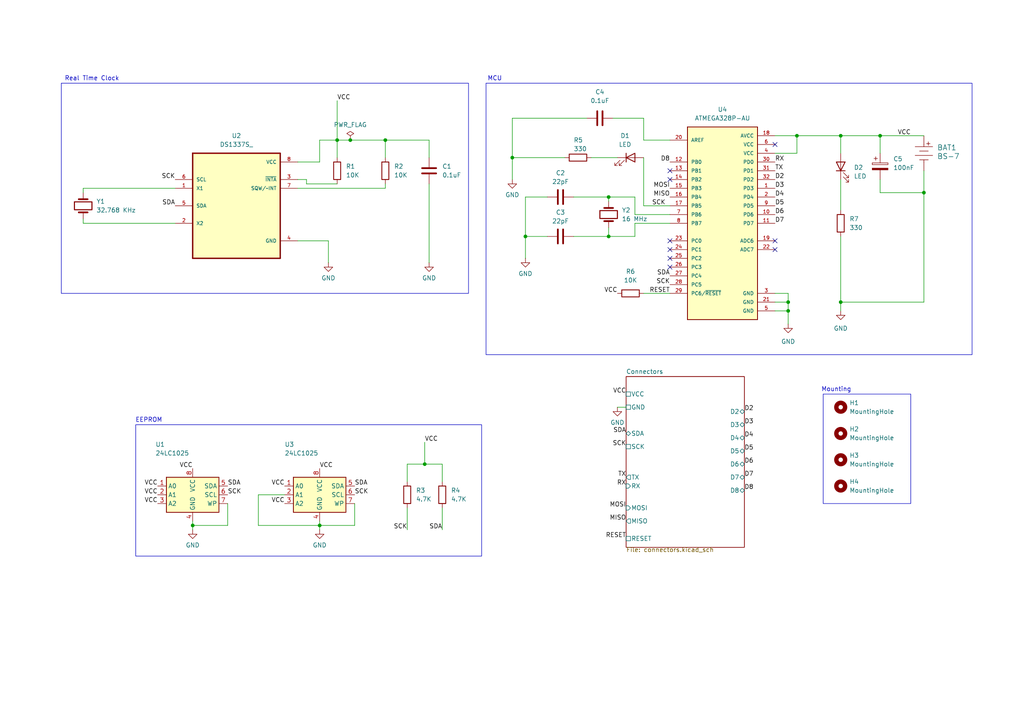
<source format=kicad_sch>
(kicad_sch (version 20250114) (generator "eeschema") (generator_version "9.0")
  (paper "A4")
  (title_block (title "${project_name}") (date "2025-10-24") (rev "1"))
  (lib_symbols
    (symbol "ATMEGA328P-AU:ATMEGA328P-AU" (pin_names (offset 1.016))
      (property "Reference" "U4" (at 0 33.02 0))
      (property "Value" "ATMEGA328P-AU" (at 0 30.48 0))
      (symbol "ATMEGA328P-AU_0_0"
        (rectangle (start -10.16 -27.94) (end 10.16 27.94) (stroke (width 0.254)) (fill (type background)))
        (pin input line (at -15.24 24.13 0) (length 5.08) (name "AREF") (number "20"))
        (pin bidirectional line (at -15.24 17.78 0) (length 5.08) (name "PB0") (number "12"))
        (pin bidirectional line (at -15.24 15.24 0) (length 5.08) (name "PB1") (number "13"))
        (pin bidirectional line (at -15.24 12.7 0) (length 5.08) (name "PB2") (number "14"))
        (pin bidirectional line (at -15.24 10.16 0) (length 5.08) (name "PB3") (number "15"))
        (pin bidirectional line (at -15.24 7.62 0) (length 5.08) (name "PB4") (number "16"))
        (pin bidirectional line (at -15.24 5.08 0) (length 5.08) (name "PB5") (number "17"))
        (pin bidirectional line (at -15.24 2.54 0) (length 5.08) (name "PB6") (number "7"))
        (pin bidirectional line (at -15.24 0 0) (length 5.08) (name "PB7") (number "8"))
        (pin bidirectional line (at -15.24 -5.08 0) (length 5.08) (name "PC0") (number "23"))
        (pin bidirectional line (at -15.24 -7.62 0) (length 5.08) (name "PC1") (number "24"))
        (pin bidirectional line (at -15.24 -10.16 0) (length 5.08) (name "PC2") (number "25"))
        (pin bidirectional line (at -15.24 -12.7 0) (length 5.08) (name "PC3") (number "26"))
        (pin bidirectional line (at -15.24 -15.24 0) (length 5.08) (name "PC4") (number "27"))
        (pin bidirectional line (at -15.24 -17.78 0) (length 5.08) (name "PC5") (number "28"))
        (pin bidirectional line (at -15.24 -20.32 0) (length 5.08) (name "PC6/~{RESET}") (number "29"))
        (pin power_in line (at 15.24 25.4 180) (length 5.08) (name "AVCC") (number "18"))
        (pin power_in line (at 15.24 22.86 180) (length 5.08) (name "VCC") (number "6"))
        (pin power_in line (at 15.24 20.32 180) (length 5.08) (name "VCC") (number "4"))
        (pin bidirectional line (at 15.24 17.78 180) (length 5.08) (name "PD0") (number "30"))
        (pin bidirectional line (at 15.24 15.24 180) (length 5.08) (name "PD1") (number "31"))
        (pin bidirectional line (at 15.24 12.7 180) (length 5.08) (name "PD2") (number "32"))
        (pin bidirectional line (at 15.24 10.16 180) (length 5.08) (name "PD3") (number "1"))
        (pin bidirectional line (at 15.24 7.62 180) (length 5.08) (name "PD4") (number "2"))
        (pin bidirectional line (at 15.24 5.08 180) (length 5.08) (name "PD5") (number "9"))
        (pin bidirectional line (at 15.24 2.54 180) (length 5.08) (name "PD6") (number "10"))
        (pin bidirectional line (at 15.24 0 180) (length 5.08) (name "PD7") (number "11"))
        (pin bidirectional line (at 15.24 -5.08 180) (length 5.08) (name "ADC6") (number "19"))
        (pin bidirectional line (at 15.24 -7.62 180) (length 5.08) (name "ADC7") (number "22"))
        (pin power_in line (at 15.24 -20.32 180) (length 5.08) (name "GND") (number "3"))
        (pin power_in line (at 15.24 -22.86 180) (length 5.08) (name "GND") (number "21"))
        (pin power_in line (at 15.24 -25.4 180) (length 5.08) (name "GND") (number "5"))
      )
    )
    (symbol "DS1337S_:DS1337S_" (pin_names (offset 1.016))
      (property "Reference" "U" (at -12.7 16.24 0))
      (property "Value" "DS1337S_" (at -12.7 -19.24 0))
      (symbol "DS1337S__0_0"
        (rectangle (start -12.7 -15.24) (end 12.7 15.24) (stroke (width 0.41)) (fill (type background)))
        (pin input line (at -17.78 7.62 0) (length 5.08) (name "SCL") (number "6"))
        (pin input line (at -17.78 5.08 0) (length 5.08) (name "X1") (number "1"))
        (pin bidirectional line (at -17.78 0 0) (length 5.08) (name "SDA") (number "5"))
        (pin bidirectional line (at -17.78 -5.08 0) (length 5.08) (name "X2") (number "2"))
        (pin power_in line (at 17.78 12.7 180) (length 5.08) (name "VCC") (number "8"))
        (pin output line (at 17.78 7.62 180) (length 5.08) (name "~{INTA}") (number "3"))
        (pin output line (at 17.78 5.08 180) (length 5.08) (name "SQW/~INT") (number "7"))
        (pin power_in line (at 17.78 -10.16 180) (length 5.08) (name "GND") (number "4"))
      )
    )
    (symbol "Device:C" (pin_numbers (hide yes)) (pin_names (offset 0.254))
      (property "Reference" "C" (at 0.635 2.54 0))
      (property "Value" "C" (at 0.635 -2.54 0))
      (symbol "C_0_1"
        (polyline (pts (xy -2.032 0.762) (xy 2.032 0.762)) (stroke (width 0.508)))
        (polyline (pts (xy -2.032 -0.762) (xy 2.032 -0.762)) (stroke (width 0.508)))
      )
      (symbol "C_1_1"
        (pin passive line (at 0 3.81 270) (length 2.794) (name "~") (number "1"))
        (pin passive line (at 0 -3.81 90) (length 2.794) (name "~") (number "2"))
      )
    )
    (symbol "Device:C_Polarized" (pin_numbers (hide yes)) (pin_names (offset 0.254))
      (property "Reference" "C" (at 0.635 2.54 0))
      (property "Value" "C_Polarized" (at 0.635 -2.54 0))
      (symbol "C_Polarized_0_1"
        (rectangle (start -2.286 0.508) (end 2.286 1.016))
        (polyline (pts (xy -1.778 2.286) (xy -0.762 2.286)))
        (polyline (pts (xy -1.27 2.794) (xy -1.27 1.778)))
        (rectangle (start 2.286 -0.508) (end -2.286 -1.016) (fill (type outline)))
      )
      (symbol "C_Polarized_1_1"
        (pin passive line (at 0 3.81 270) (length 2.794) (name "~") (number "1"))
        (pin passive line (at 0 -3.81 90) (length 2.794) (name "~") (number "2"))
      )
    )
    (symbol "Device:Crystal" (pin_numbers (hide yes)) (pin_names (offset 1.016) (hide yes))
      (property "Reference" "Y" (at 0 3.81 0))
      (property "Value" "Crystal" (at 0 -3.81 0))
      (symbol "Crystal_0_1"
        (polyline (pts (xy -2.54 0) (xy -1.905 0)))
        (polyline (pts (xy -1.905 -1.27) (xy -1.905 1.27)) (stroke (width 0.508)))
        (rectangle (start -1.143 2.54) (end 1.143 -2.54) (stroke (width 0.3048)))
        (polyline (pts (xy 1.905 -1.27) (xy 1.905 1.27)) (stroke (width 0.508)))
        (polyline (pts (xy 2.54 0) (xy 1.905 0)))
      )
      (symbol "Crystal_1_1"
        (pin passive line (at -3.81 0 0) (length 1.27) (name "1") (number "1"))
        (pin passive line (at 3.81 0 180) (length 1.27) (name "2") (number "2"))
      )
    )
    (symbol "Device:LED" (pin_numbers (hide yes)) (pin_names (offset 1.016) (hide yes))
      (property "Reference" "D" (at 0 2.54 0))
      (property "Value" "LED" (at 0 -2.54 0))
      (symbol "LED_0_1"
        (polyline (pts (xy -3.048 -0.762) (xy -4.572 -2.286) (xy -3.81 -2.286) (xy -4.572 -2.286) (xy -4.572 -1.524)))
        (polyline (pts (xy -1.778 -0.762) (xy -3.302 -2.286) (xy -2.54 -2.286) (xy -3.302 -2.286) (xy -3.302 -1.524)))
        (polyline (pts (xy -1.27 0) (xy 1.27 0)))
        (polyline (pts (xy -1.27 -1.27) (xy -1.27 1.27)) (stroke (width 0.254)))
        (polyline (pts (xy 1.27 -1.27) (xy 1.27 1.27) (xy -1.27 0) (xy 1.27 -1.27)) (stroke (width 0.254)))
      )
      (symbol "LED_1_1"
        (pin passive line (at -3.81 0 0) (length 2.54) (name "K") (number "1"))
        (pin passive line (at 3.81 0 180) (length 2.54) (name "A") (number "2"))
      )
    )
    (symbol "Device:R" (pin_numbers (hide yes)) (pin_names (offset 0))
      (property "Reference" "R" (at 2.032 0 90))
      (property "Value" "R" (at 0 0 90))
      (symbol "R_0_1"
        (rectangle (start -1.016 -2.54) (end 1.016 2.54) (stroke (width 0.254)))
      )
      (symbol "R_1_1"
        (pin passive line (at 0 3.81 270) (length 1.27) (name "~") (number "1"))
        (pin passive line (at 0 -3.81 90) (length 1.27) (name "~") (number "2"))
      )
    )
    (symbol "Mechanical:MountingHole" (pin_names (offset 1.016)) (in_bom no)
      (property "Reference" "H" (at 0 5.08 0))
      (property "Value" "MountingHole" (at 0 3.175 0))
      (symbol "MountingHole_0_1"
        (circle (center 0 0) (radius 1.27) (stroke (width 1.27)))
      )
    )
    (symbol "Memory_EEPROM:24LC1025"
      (property "Reference" "U" (at -6.35 6.35 0))
      (property "Value" "24LC1025" (at 1.27 6.35 0))
      (symbol "24LC1025_1_1"
        (rectangle (start -7.62 5.08) (end 7.62 -5.08) (stroke (width 0.254)) (fill (type background)))
        (pin input line (at -10.16 2.54 0) (length 2.54) (name "A0") (number "1"))
        (pin input line (at -10.16 0 0) (length 2.54) (name "A1") (number "2"))
        (pin input line (at -10.16 -2.54 0) (length 2.54) (name "A2") (number "3"))
        (pin power_in line (at 0 7.62 270) (length 2.54) (name "VCC") (number "8"))
        (pin power_in line (at 0 -7.62 90) (length 2.54) (name "GND") (number "4"))
        (pin bidirectional line (at 10.16 2.54 180) (length 2.54) (name "SDA") (number "5"))
        (pin input line (at 10.16 0 180) (length 2.54) (name "SCL") (number "6"))
        (pin input line (at 10.16 -2.54 180) (length 2.54) (name "WP") (number "7"))
      )
    )
    (symbol "dk_Battery-Holders-Clips-Contacts:BS-7" (pin_numbers (hide yes)) (pin_names (offset 1.016))
      (property "Reference" "BAT1" (at 3.81 1.6511 0))
      (property "Value" "BS-7" (at 3.81 -0.8889 0))
      (symbol "BS-7_1_1"
        (polyline (pts (xy 0 1.905) (xy 0 2.54)))
        (polyline (pts (xy 0 -2.54) (xy 0 -1.905)))
        (polyline (pts (xy 1.27 2.286) (xy 1.27 3.302)))
        (polyline (pts (xy 1.27 0.635) (xy -1.27 0.635)))
        (polyline (pts (xy 1.27 -1.905) (xy -1.27 -1.905)))
        (polyline (pts (xy 1.778 2.794) (xy 0.762 2.794)))
        (polyline (pts (xy 2.54 1.905) (xy -2.54 1.905)))
        (polyline (pts (xy 2.54 -0.635) (xy -2.54 -0.635)))
        (pin power_out line (at 0 5.08 270) (length 2.54) (name "~") (number "1"))
        (pin power_out line (at 0 -5.08 90) (length 2.54) (name "~") (number "2"))
      )
    )
    (symbol "power:GND" (power) (pin_numbers (hide yes)) (pin_names (offset 0) (hide yes))
      (property "Value" "GND" (at 0 -3.81 0))
      (symbol "GND_0_1"
        (polyline (pts (xy 0 0) (xy 0 -1.27) (xy 1.27 -1.27) (xy 0 -2.54) (xy -1.27 -1.27) (xy 0 -1.27)))
      )
      (symbol "GND_1_1"
        (pin power_in line (at 0 0 270) (length 0) (name "~") (number "1"))
      )
    )
    (symbol "power:PWR_FLAG" (power) (pin_numbers (hide yes)) (pin_names (offset 0) (hide yes))
      (property "Value" "PWR_FLAG" (at 0 3.81 0))
      (symbol "PWR_FLAG_0_0"
        (pin power_out line (at 0 0 90) (length 0) (name "~") (number "1"))
      )
      (symbol "PWR_FLAG_0_1"
        (polyline (pts (xy 0 0) (xy 0 1.27) (xy -1.016 1.905) (xy 0 2.54) (xy 1.016 1.905) (xy 0 1.27)))
      )
    )
  )
  (rectangle (start 17.78 24.13) (end 135.89 85.09))
  (rectangle (start 140.97 24.13) (end 281.94 102.87))
  (rectangle (start 238.76 114.3) (end 264.16 146.05))
  (rectangle (start 39.37 123.19) (end 139.7 161.29))
  (text "Real Time Clock\n" (at 26.67 22.86 0) (effects (font (size 1.27 1.27))))
  (text "EEPROM" (at 43.18 121.92 0) (effects (font (size 1.27 1.27))))
  (text "Mounting" (at 242.57 113.03 0) (effects (font (size 1.27 1.27))))
  (text "MCU" (at 143.51 22.86 0) (effects (font (size 1.27 1.27))))
  (junction (at 231.14 39.37))
  (junction (at 123.19 134.62))
  (junction (at 176.53 57.15))
  (junction (at 243.84 87.63))
  (junction (at 176.53 68.58))
  (junction (at 148.59 45.72))
  (junction (at 101.6 40.64))
  (junction (at 243.84 39.37))
  (junction (at 111.76 40.64))
  (junction (at 152.4 68.58))
  (junction (at 228.6 87.63))
  (junction (at 228.6 90.17))
  (junction (at 92.71 152.4))
  (junction (at 255.27 39.37))
  (junction (at 267.97 55.88))
  (junction (at 97.79 40.64))
  (junction (at 55.88 152.4))
  (no_connect (at 224.79 72.39))
  (no_connect (at 224.79 69.85))
  (no_connect (at 194.31 72.39))
  (no_connect (at 194.31 49.53))
  (no_connect (at 194.31 74.93))
  (no_connect (at 194.31 52.07))
  (no_connect (at 194.31 69.85))
  (no_connect (at 224.79 41.91))
  (no_connect (at 194.31 77.47))
  (wire (pts (xy 166.37 57.15) (xy 176.53 57.15)))
  (wire (pts (xy 184.15 57.15) (xy 176.53 57.15)))
  (wire (pts (xy 186.69 59.69) (xy 194.31 59.69)))
  (wire (pts (xy 124.46 53.34) (xy 124.46 76.2)))
  (wire (pts (xy 92.71 152.4) (xy 92.71 153.67)))
  (wire (pts (xy 111.76 40.64) (xy 111.76 45.72)))
  (wire (pts (xy 97.79 40.64) (xy 97.79 45.72)))
  (wire (pts (xy 118.11 139.7) (xy 118.11 134.62)))
  (wire (pts (xy 184.15 62.23) (xy 184.15 57.15)))
  (wire (pts (xy 24.13 54.61) (xy 24.13 55.88)))
  (wire (pts (xy 243.84 87.63) (xy 243.84 90.17)))
  (wire (pts (xy 24.13 64.77) (xy 50.8 64.77)))
  (wire (pts (xy 86.36 46.99) (xy 92.71 46.99)))
  (wire (pts (xy 176.53 57.15) (xy 176.53 58.42)))
  (wire (pts (xy 102.87 152.4) (xy 92.71 152.4)))
  (wire (pts (xy 224.79 44.45) (xy 231.14 44.45)))
  (wire (pts (xy 92.71 46.99) (xy 92.71 40.64)))
  (wire (pts (xy 55.88 152.4) (xy 55.88 153.67)))
  (wire (pts (xy 224.79 87.63) (xy 228.6 87.63)))
  (wire (pts (xy 74.93 152.4) (xy 92.71 152.4)))
  (wire (pts (xy 228.6 85.09) (xy 228.6 87.63)))
  (wire (pts (xy 243.84 39.37) (xy 243.84 44.45)))
  (wire (pts (xy 194.31 64.77) (xy 184.15 64.77)))
  (wire (pts (xy 148.59 34.29) (xy 148.59 45.72)))
  (wire (pts (xy 74.93 143.51) (xy 74.93 152.4)))
  (wire (pts (xy 128.27 147.32) (xy 128.27 153.67)))
  (wire (pts (xy 231.14 39.37) (xy 243.84 39.37)))
  (wire (pts (xy 224.79 39.37) (xy 231.14 39.37)))
  (wire (pts (xy 170.18 34.29) (xy 148.59 34.29)))
  (wire (pts (xy 176.53 68.58) (xy 176.53 66.04)))
  (wire (pts (xy 88.9 53.34) (xy 88.9 52.07)))
  (wire (pts (xy 111.76 54.61) (xy 111.76 53.34)))
  (wire (pts (xy 118.11 134.62) (xy 123.19 134.62)))
  (wire (pts (xy 66.04 146.05) (xy 66.04 152.4)))
  (wire (pts (xy 228.6 90.17) (xy 224.79 90.17)))
  (wire (pts (xy 92.71 40.64) (xy 97.79 40.64)))
  (wire (pts (xy 243.84 39.37) (xy 255.27 39.37)))
  (wire (pts (xy 111.76 40.64) (xy 124.46 40.64)))
  (wire (pts (xy 97.79 40.64) (xy 101.6 40.64)))
  (wire (pts (xy 224.79 85.09) (xy 228.6 85.09)))
  (wire (pts (xy 231.14 44.45) (xy 231.14 39.37)))
  (wire (pts (xy 163.83 45.72) (xy 148.59 45.72)))
  (wire (pts (xy 267.97 49.53) (xy 267.97 55.88)))
  (wire (pts (xy 179.07 118.11) (xy 181.61 118.11)))
  (wire (pts (xy 102.87 146.05) (xy 102.87 152.4)))
  (wire (pts (xy 88.9 52.07) (xy 86.36 52.07)))
  (wire (pts (xy 166.37 68.58) (xy 176.53 68.58)))
  (wire (pts (xy 148.59 45.72) (xy 148.59 52.07)))
  (wire (pts (xy 228.6 87.63) (xy 228.6 90.17)))
  (wire (pts (xy 86.36 69.85) (xy 95.25 69.85)))
  (wire (pts (xy 86.36 54.61) (xy 111.76 54.61)))
  (wire (pts (xy 101.6 40.64) (xy 111.76 40.64)))
  (wire (pts (xy 152.4 57.15) (xy 152.4 68.58)))
  (wire (pts (xy 194.31 62.23) (xy 184.15 62.23)))
  (wire (pts (xy 152.4 68.58) (xy 158.75 68.58)))
  (wire (pts (xy 50.8 54.61) (xy 24.13 54.61)))
  (wire (pts (xy 255.27 39.37) (xy 267.97 39.37)))
  (wire (pts (xy 124.46 40.64) (xy 124.46 45.72)))
  (wire (pts (xy 184.15 64.77) (xy 184.15 68.58)))
  (wire (pts (xy 55.88 151.13) (xy 55.88 152.4)))
  (wire (pts (xy 158.75 57.15) (xy 152.4 57.15)))
  (wire (pts (xy 128.27 134.62) (xy 128.27 139.7)))
  (wire (pts (xy 152.4 68.58) (xy 152.4 74.93)))
  (wire (pts (xy 255.27 52.07) (xy 255.27 55.88)))
  (wire (pts (xy 243.84 52.07) (xy 243.84 60.96)))
  (wire (pts (xy 171.45 45.72) (xy 179.07 45.72)))
  (wire (pts (xy 123.19 128.27) (xy 123.19 134.62)))
  (wire (pts (xy 66.04 152.4) (xy 55.88 152.4)))
  (wire (pts (xy 184.15 68.58) (xy 176.53 68.58)))
  (wire (pts (xy 97.79 29.21) (xy 97.79 40.64)))
  (wire (pts (xy 92.71 151.13) (xy 92.71 152.4)))
  (wire (pts (xy 243.84 68.58) (xy 243.84 87.63)))
  (wire (pts (xy 24.13 63.5) (xy 24.13 64.77)))
  (wire (pts (xy 267.97 55.88) (xy 267.97 87.63)))
  (wire (pts (xy 255.27 44.45) (xy 255.27 39.37)))
  (wire (pts (xy 267.97 87.63) (xy 243.84 87.63)))
  (wire (pts (xy 194.31 40.64) (xy 186.69 40.64)))
  (wire (pts (xy 228.6 90.17) (xy 228.6 93.98)))
  (wire (pts (xy 255.27 55.88) (xy 267.97 55.88)))
  (wire (pts (xy 186.69 40.64) (xy 186.69 34.29)))
  (wire (pts (xy 97.79 53.34) (xy 88.9 53.34)))
  (wire (pts (xy 118.11 147.32) (xy 118.11 153.67)))
  (wire (pts (xy 186.69 85.09) (xy 194.31 85.09)))
  (wire (pts (xy 186.69 45.72) (xy 186.69 59.69)))
  (wire (pts (xy 123.19 134.62) (xy 128.27 134.62)))
  (wire (pts (xy 82.55 143.51) (xy 74.93 143.51)))
  (wire (pts (xy 186.69 34.29) (xy 177.8 34.29)))
  (wire (pts (xy 95.25 69.85) (xy 95.25 76.2)))
  (label "SCK" (at 50.8 52.07 180))
  (label "D2" (at 224.79 52.07 0))
  (label "RESET" (at 194.31 85.09 180))
  (label "VCC" (at 55.88 135.89 180))
  (label "SDA" (at 50.8 59.69 180))
  (label "VCC" (at 260.35 39.37 0))
  (label "MOSI" (at 194.31 54.61 180))
  (label "D7" (at 215.9 138.43 0))
  (label "TX" (at 224.79 49.53 0))
  (label "D4" (at 224.79 57.15 0))
  (label "D3" (at 215.9 123.19 0))
  (label "D8" (at 194.31 46.99 180))
  (label "SCK" (at 193.04 59.69 180))
  (label "VCC" (at 45.72 140.97 180))
  (label "SCK" (at 181.61 129.54 180))
  (label "D5" (at 224.79 59.69 0))
  (label "D2" (at 215.9 119.38 0))
  (label "VCC" (at 45.72 143.51 180))
  (label "VCC" (at 82.55 140.97 180))
  (label "SDA" (at 66.04 140.97 0))
  (label "D4" (at 215.9 127 0))
  (label "SDA" (at 102.87 140.97 0))
  (label "SDA" (at 128.27 153.67 180))
  (label "SDA" (at 181.61 125.73 180))
  (label "SCK" (at 66.04 143.51 0))
  (label "RX" (at 181.61 140.97 180))
  (label "SCK" (at 102.87 143.51 0))
  (label "SDA" (at 194.31 80.01 180))
  (label "D7" (at 224.79 64.77 0))
  (label "RESET" (at 181.61 156.21 180))
  (label "VCC" (at 82.55 146.05 180))
  (label "SCK" (at 118.11 153.67 180))
  (label "TX" (at 181.61 138.43 180))
  (label "MISO" (at 181.61 151.13 180))
  (label "VCC" (at 92.71 135.89 0))
  (label "SCK" (at 194.31 82.55 180))
  (label "D5" (at 215.9 130.81 0))
  (label "VCC" (at 179.07 85.09 180))
  (label "RX" (at 224.79 46.99 0))
  (label "VCC" (at 123.19 128.27 0))
  (label "D6" (at 215.9 134.62 0))
  (label "VCC" (at 181.61 114.3 180))
  (label "D8" (at 215.9 142.24 0))
  (label "D3" (at 224.79 54.61 0))
  (label "MOSI" (at 181.61 147.32 180))
  (label "VCC" (at 97.79 29.21 0))
  (label "MISO" (at 194.31 57.15 180))
  (label "D6" (at 224.79 62.23 0))
  (label "VCC" (at 45.72 146.05 180))
  (symbol (lib_id "power:GND") (at 148.59 52.07 0) (unit 1)
    (property "Reference" "#PWR08" (effects (hide yes)))
    (property "Value" "GND" (at 148.59 56.515 0))
    (property "Description" "Power symbol creates a global label with name \"GND\" , ground" (effects (hide yes)))
  )
  (symbol (lib_id "power:GND") (at 55.88 153.67 0) (unit 1)
    (property "Reference" "#PWR05" (effects (hide yes)))
    (property "Value" "GND" (at 55.88 158.115 0))
    (property "Description" "Power symbol creates a global label with name \"GND\" , ground" (effects (hide yes)))
  )
  (symbol (lib_id "Device:R") (at 182.88 85.09 90) (unit 1)
    (property "Reference" "R6" (at 182.88 78.74 90))
    (property "Value" "10K" (at 182.88 81.28 90))
    (property "Footprint" "Resistor_SMD:R_0805_2012Metric" (effects (hide yes)))
    (property "Description" "Resistor" (effects (hide yes)))
  )
  (symbol (lib_id "Device:R") (at 97.79 49.53 0) (unit 1)
    (property "Reference" "R1" (at 100.33 48.2599 0) (effects (justify left)))
    (property "Value" "10K" (at 100.33 50.7999 0) (effects (justify left)))
    (property "Footprint" "Resistor_SMD:R_0805_2012Metric" (effects (hide yes)))
    (property "Description" "Resistor" (effects (hide yes)))
  )
  (symbol (lib_id "Device:C") (at 124.46 49.53 0) (unit 1)
    (property "Reference" "C1" (at 128.27 48.2599 0) (effects (justify left)))
    (property "Value" "0.1uF" (at 128.27 50.7999 0) (effects (justify left)))
    (property "Footprint" "Capacitor_SMD:C_0805_2012Metric" (effects (hide yes)))
    (property "Description" "Unpolarized capacitor" (effects (hide yes)))
  )
  (symbol (lib_id "Device:Crystal") (at 24.13 59.69 90) (unit 1)
    (property "Reference" "Y1" (at 27.94 58.4199 90) (effects (justify right)))
    (property "Value" "32.768 KHz" (at 27.94 60.9599 90) (effects (justify right)))
    (property "Footprint" "Crystal:Crystal_SMD_5032-2Pin_5.0x3.2mm_HandSoldering" (effects (hide yes)))
    (property "Description" "Two pin crystal" (effects (hide yes)))
  )
  (symbol (lib_id "Device:LED") (at 182.88 45.72 0) (unit 1)
    (property "Reference" "D1" (at 181.2925 39.37 0))
    (property "Value" "LED" (at 181.2925 41.91 0))
    (property "Footprint" "LED_SMD:LED_0805_2012Metric" (effects (hide yes)))
    (property "Description" "Light emitting diode" (effects (hide yes)))
    (property "Sim.Pins" "1=K 2=A" (effects (hide yes)))
  )
  (symbol (lib_id "Device:C") (at 162.56 57.15 90) (unit 1)
    (property "Reference" "C2" (at 162.56 50.165 90))
    (property "Value" "22pF" (at 162.56 52.705 90))
    (property "Footprint" "Capacitor_SMD:C_0805_2012Metric" (effects (hide yes)))
    (property "Description" "Unpolarized capacitor" (effects (hide yes)))
  )
  (symbol (lib_id "power:GND") (at 228.6 93.98 0) (unit 1)
    (property "Reference" "#PWR07" (effects (hide yes)))
    (property "Value" "GND" (at 228.6 99.06 0))
    (property "Description" "Power symbol creates a global label with name \"GND\" , ground" (effects (hide yes)))
  )
  (symbol (lib_id "Mechanical:MountingHole") (at 243.84 125.73 0) (unit 1) (in_bom no)
    (property "Reference" "H2" (at 246.38 124.4599 0) (effects (justify left)))
    (property "Value" "MountingHole" (at 246.38 126.9999 0) (effects (justify left)))
    (property "Footprint" "MountingHole:MountingHole_2.1mm" (effects (hide yes)))
    (property "Description" "Mounting Hole without connection" (effects (hide yes)))
  )
  (symbol (lib_id "Mechanical:MountingHole") (at 243.84 118.11 0) (unit 1) (in_bom no)
    (property "Reference" "H1" (at 246.38 116.8399 0) (effects (justify left)))
    (property "Value" "MountingHole" (at 246.38 119.3799 0) (effects (justify left)))
    (property "Footprint" "MountingHole:MountingHole_2.1mm" (effects (hide yes)))
    (property "Description" "Mounting Hole without connection" (effects (hide yes)))
  )
  (symbol (lib_id "Memory_EEPROM:24LC1025") (at 55.88 143.51 0) (unit 1)
    (property "Reference" "U1" (at 45.085 128.905 0) (effects (justify left)))
    (property "Value" "24LC1025" (at 45.085 131.445 0) (effects (justify left)))
    (property "Footprint" "Package_SO:SOIC-8_5.23x5.23mm_P1.27mm" (effects (hide yes)))
    (property "Datasheet" "http://ww1.microchip.com/downloads/en/DeviceDoc/21941B.pdf" (effects (hide yes)))
    (property "Description" "I2C Serial EEPROM, 1024Kb, DIP-8/SOIC-8/TSSOP-8/DFN-8" (effects (hide yes)))
  )
  (symbol (lib_id "DS1337S_:DS1337S_") (at 68.58 59.69 0) (unit 1)
    (property "Reference" "U2" (at 68.58 39.37 0))
    (property "Value" "DS1337S_" (at 68.58 41.91 0))
    (property "Footprint" "DS1337S:DS1337S" (effects (hide yes)))
    (property "MF" "Analog Devices" (effects (hide yes)))
    (property "Description_1" "Real Time Clock (RTC) IC Clock/Calendar - I²C, 2-Wire Serial 8-SOIC (0.154, 3.90mm Width)" (effects (hide yes)))
    (property "Package" "SOIC-8 Maxim" (effects (hide yes)))
    (property "Price" "None" (effects (hide yes)))
    (property "SnapEDA_Link" "https://www.snapeda.com/parts/DS1337S/Analog+Devices/view-part/?ref=snap" (effects (hide yes)))
    (property "MP" "DS1337S" (effects (hide yes)))
    (property "Availability" "In Stock" (effects (hide yes)))
    (property "Check_prices" "https://www.snapeda.com/parts/DS1337S/Analog+Devices/view-part/?ref=eda" (effects (hide yes)))
  )
  (symbol (lib_id "Mechanical:MountingHole") (at 243.84 133.35 0) (unit 1) (in_bom no)
    (property "Reference" "H3" (at 246.38 132.0799 0) (effects (justify left)))
    (property "Value" "MountingHole" (at 246.38 134.6199 0) (effects (justify left)))
    (property "Footprint" "MountingHole:MountingHole_2.1mm" (effects (hide yes)))
    (property "Description" "Mounting Hole without connection" (effects (hide yes)))
  )
  (symbol (lib_id "power:PWR_FLAG") (at 101.6 40.64 0) (unit 1)
    (property "Reference" "#FLG01" (effects (hide yes)))
    (property "Value" "PWR_FLAG" (at 101.6 36.195 0))
    (property "Description" "Special symbol for telling ERC where power comes from" (effects (hide yes)))
  )
  (symbol (lib_id "power:GND") (at 179.07 118.11 0) (unit 1)
    (property "Reference" "#PWR09" (effects (hide yes)))
    (property "Value" "GND" (at 179.07 122.555 0))
    (property "Description" "Power symbol creates a global label with name \"GND\" , ground" (effects (hide yes)))
  )
  (symbol (lib_id "Device:Crystal") (at 176.53 62.23 90) (unit 1)
    (property "Reference" "Y2" (at 180.34 60.9599 90) (effects (justify right)))
    (property "Value" "16 MHz" (at 180.34 63.4999 90) (effects (justify right)))
    (property "Footprint" "Crystal:Crystal_SMD_5032-2Pin_5.0x3.2mm_HandSoldering" (effects (hide yes)))
    (property "Description" "Two pin crystal" (effects (hide yes)))
  )
  (symbol (lib_id "Device:R") (at 128.27 143.51 0) (unit 1)
    (property "Reference" "R4" (at 130.81 142.2399 0) (effects (justify left)))
    (property "Value" "4.7K" (at 130.81 144.7799 0) (effects (justify left)))
    (property "Footprint" "Resistor_SMD:R_0805_2012Metric" (effects (hide yes)))
    (property "Description" "Resistor" (effects (hide yes)))
  )
  (symbol (lib_id "Device:LED") (at 243.84 48.26 90) (unit 1)
    (property "Reference" "D2" (at 247.65 48.5774 90) (effects (justify right)))
    (property "Value" "LED" (at 247.65 51.1174 90) (effects (justify right)))
    (property "Footprint" "LED_SMD:LED_0805_2012Metric" (effects (hide yes)))
    (property "Description" "Light emitting diode" (effects (hide yes)))
    (property "Sim.Pins" "1=K 2=A" (effects (hide yes)))
  )
  (symbol (lib_id "power:GND") (at 124.46 76.2 0) (unit 1)
    (property "Reference" "#PWR04" (effects (hide yes)))
    (property "Value" "GND" (at 124.46 80.645 0))
    (property "Description" "Power symbol creates a global label with name \"GND\" , ground" (effects (hide yes)))
  )
  (symbol (lib_id "Device:R") (at 167.64 45.72 90) (unit 1)
    (property "Reference" "R5" (at 166.37 40.6399 90) (effects (justify right)))
    (property "Value" "330" (at 166.37 43.1799 90) (effects (justify right)))
    (property "Footprint" "Resistor_SMD:R_0805_2012Metric" (effects (hide yes)))
    (property "Description" "Resistor" (effects (hide yes)))
  )
  (symbol (lib_id "ATMEGA328P-AU:ATMEGA328P-AU") (at 209.55 64.77 0) (unit 1)
    (property "Reference" "U4" (at 209.55 31.75 0))
    (property "Value" "ATMEGA328P-AU" (at 209.55 34.29 0))
    (property "Footprint" "ATMEGA328P-AU:ATMEGA328P-AU" (effects (hide yes)))
    (property "DigiKey_Part_Number" "ATMEGA328P-AU-ND" (effects (hide yes)))
    (property "SnapEDA_Link" "https://www.snapeda.com/parts/ATMEGA328P-AU/Microchip+Technology/view-part/?ref=snap" (effects (hide yes)))
    (property "MAXIMUM_PACKAGE_HEIGHT" "1.20mm" (effects (hide yes)))
    (property "Package" "TQFP-32 Microchip" (effects (hide yes)))
    (property "Check_prices" "https://www.snapeda.com/parts/ATMEGA328P-AU/Microchip+Technology/view-part/?ref=eda" (effects (hide yes)))
    (property "STANDARD" "IPC-7351B" (effects (hide yes)))
    (property "PARTREV" "8271A" (effects (hide yes)))
    (property "MF" "MICROCHIP TECH." (effects (hide yes)))
    (property "MP" "ATMEGA328P-AU" (effects (hide yes)))
    (property "Description_1" "MCU 8-bit - AVR ATmega Family ATmega328 Series Microcontrollers - 20 MHz - 32 KB - 2 KB - 32 Pins." (effects (hide yes)))
    (property "MANUFACTURER" "Microchip" (effects (hide yes)))
  )
  (symbol (lib_id "power:GND") (at 92.71 153.67 0) (unit 1)
    (property "Reference" "#PWR06" (effects (hide yes)))
    (property "Value" "GND" (at 92.71 158.115 0))
    (property "Description" "Power symbol creates a global label with name \"GND\" , ground" (effects (hide yes)))
  )
  (symbol (lib_id "Mechanical:MountingHole") (at 243.84 140.97 0) (unit 1) (in_bom no)
    (property "Reference" "H4" (at 246.38 139.6999 0) (effects (justify left)))
    (property "Value" "MountingHole" (at 246.38 142.2399 0) (effects (justify left)))
    (property "Footprint" "MountingHole:MountingHole_2.1mm" (effects (hide yes)))
    (property "Description" "Mounting Hole without connection" (effects (hide yes)))
  )
  (symbol (lib_id "power:GND") (at 243.84 90.17 0) (unit 1)
    (property "Reference" "#PWR01" (effects (hide yes)))
    (property "Value" "GND" (at 243.84 95.25 0))
    (property "Description" "Power symbol creates a global label with name \"GND\" , ground" (effects (hide yes)))
  )
  (symbol (lib_id "dk_Battery-Holders-Clips-Contacts:BS-7") (at 267.97 44.45 0) (unit 1)
    (property "Reference" "BAT1" (at 271.78 42.7989 0) (effects (font (size 1.524 1.524)) (justify left)))
    (property "Value" "BS-7" (at 271.78 45.3389 0) (effects (font (size 1.524 1.524)) (justify left)))
    (property "Footprint" "Connector_PinHeader_2.54mm:PinHeader_1x02_P2.54mm_Vertical" (effects (hide yes)))
    (property "Datasheet" "http://www.memoryprotectiondevices.com/datasheets/BS-7-datasheet.pdf" (effects (hide yes)))
    (property "Description" "BATTERY HOLDER COIN 20MM PC PIN" (effects (hide yes)))
    (property "Digi-Key_PN" "BS-7-ND" (effects (hide yes)))
    (property "MPN" "BS-7" (effects (hide yes)))
    (property "Category" "Battery Products" (effects (hide yes)))
    (property "Family" "Battery Holders, Clips, Contacts" (effects (hide yes)))
    (property "DK_Datasheet_Link" "http://www.memoryprotectiondevices.com/datasheets/BS-7-datasheet.pdf" (effects (hide yes)))
    (property "DK_Detail_Page" "/product-detail/en/mpd-memory-protection-devices/BS-7/BS-7-ND/389447" (effects (hide yes)))
    (property "Description_1" "BATTERY HOLDER COIN 20MM PC PIN" (effects (hide yes)))
    (property "Manufacturer" "MPD (Memory Protection Devices)" (effects (hide yes)))
    (property "Status" "Active" (effects (hide yes)))
  )
  (symbol (lib_id "Device:R") (at 111.76 49.53 0) (unit 1)
    (property "Reference" "R2" (at 114.3 48.2599 0) (effects (justify left)))
    (property "Value" "10K" (at 114.3 50.7999 0) (effects (justify left)))
    (property "Footprint" "Resistor_SMD:R_0805_2012Metric" (effects (hide yes)))
    (property "Description" "Resistor" (effects (hide yes)))
  )
  (symbol (lib_id "Device:C_Polarized") (at 255.27 48.26 0) (unit 1)
    (property "Reference" "C5" (at 259.08 46.1009 0) (effects (justify left)))
    (property "Value" "100nF" (at 259.08 48.6409 0) (effects (justify left)))
    (property "Footprint" "Capacitor_SMD:C_0805_2012Metric" (effects (hide yes)))
    (property "Description" "Polarized capacitor" (effects (hide yes)))
  )
  (symbol (lib_id "Device:C") (at 173.99 34.29 90) (unit 1)
    (property "Reference" "C4" (at 173.99 26.67 90))
    (property "Value" "0.1uF" (at 173.99 29.21 90))
    (property "Footprint" "Capacitor_SMD:C_0805_2012Metric" (effects (hide yes)))
    (property "Description" "Unpolarized capacitor" (effects (hide yes)))
  )
  (symbol (lib_id "Device:R") (at 243.84 64.77 0) (unit 1)
    (property "Reference" "R7" (at 246.38 63.4999 0) (effects (justify left)))
    (property "Value" "330" (at 246.38 66.0399 0) (effects (justify left)))
    (property "Footprint" "Resistor_SMD:R_0805_2012Metric" (effects (hide yes)))
    (property "Description" "Resistor" (effects (hide yes)))
  )
  (symbol (lib_id "power:GND") (at 95.25 76.2 0) (unit 1)
    (property "Reference" "#PWR03" (effects (hide yes)))
    (property "Value" "GND" (at 95.25 80.645 0))
    (property "Description" "Power symbol creates a global label with name \"GND\" , ground" (effects (hide yes)))
  )
  (symbol (lib_id "Memory_EEPROM:24LC1025") (at 92.71 143.51 0) (unit 1)
    (property "Reference" "U3" (at 82.55 128.905 0) (effects (justify left)))
    (property "Value" "24LC1025" (at 82.55 131.445 0) (effects (justify left)))
    (property "Footprint" "Package_SO:SOIC-8_5.23x5.23mm_P1.27mm" (effects (hide yes)))
    (property "Datasheet" "http://ww1.microchip.com/downloads/en/DeviceDoc/21941B.pdf" (effects (hide yes)))
    (property "Description" "I2C Serial EEPROM, 1024Kb, DIP-8/SOIC-8/TSSOP-8/DFN-8" (effects (hide yes)))
  )
  (symbol (lib_id "power:GND") (at 152.4 74.93 0) (unit 1)
    (property "Reference" "#PWR02" (effects (hide yes)))
    (property "Value" "GND" (at 152.4 79.375 0))
    (property "Description" "Power symbol creates a global label with name \"GND\" , ground" (effects (hide yes)))
  )
  (symbol (lib_id "Device:R") (at 118.11 143.51 0) (unit 1)
    (property "Reference" "R3" (at 120.65 142.2399 0) (effects (justify left)))
    (property "Value" "4.7K" (at 120.65 144.7799 0) (effects (justify left)))
    (property "Footprint" "Resistor_SMD:R_0805_2012Metric" (effects (hide yes)))
    (property "Description" "Resistor" (effects (hide yes)))
  )
  (symbol (lib_id "Device:C") (at 162.56 68.58 90) (unit 1)
    (property "Reference" "C3" (at 162.56 61.595 90))
    (property "Value" "22pF" (at 162.56 64.135 90))
    (property "Footprint" "Capacitor_SMD:C_0805_2012Metric" (effects (hide yes)))
    (property "Description" "Unpolarized capacitor" (effects (hide yes)))
  )
  (sheet (at 181.61 109.22) (size 34.29 49.53) (stroke (width 0.1524))
    (property "Sheetname" "Connectors" (at 181.61 108.5084 0) (effects (justify left bottom)))
    (property "Sheetfile" "connectors.kicad_sch" (at 181.61 158.6996 0) (effects (justify left top)))
    (pin "SDA" bidirectional (at 181.61 125.73 180))
    (pin "MOSI" input (at 181.61 147.32 180))
    (pin "RESET" passive (at 181.61 156.21 180))
    (pin "SCK" passive (at 181.61 129.54 180))
    (pin "RX" input (at 181.61 140.97 180))
    (pin "TX" output (at 181.61 138.43 180))
    (pin "VCC" passive (at 181.61 114.3 180))
    (pin "GND" passive (at 181.61 118.11 180))
    (pin "D2" bidirectional (at 215.9 119.38 0))
    (pin "D5" bidirectional (at 215.9 130.81 0))
    (pin "D4" bidirectional (at 215.9 127 0))
    (pin "D7" bidirectional (at 215.9 138.43 0))
    (pin "D6" bidirectional (at 215.9 134.62 0))
    (pin "D8" bidirectional (at 215.9 142.24 0))
    (pin "D3" bidirectional (at 215.9 123.19 0))
    (pin "MISO" output (at 181.61 151.13 180))
  )
)
</source>
